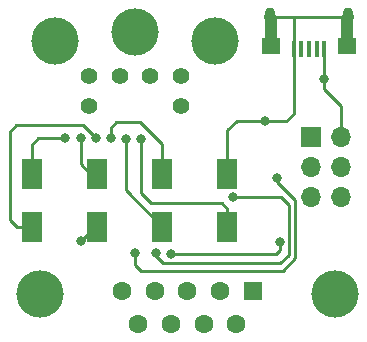
<source format=gbr>
%TF.GenerationSoftware,KiCad,Pcbnew,(5.1.9)-1*%
%TF.CreationDate,2021-03-28T16:21:22+02:00*%
%TF.ProjectId,UPL_Mouse,55504c5f-4d6f-4757-9365-2e6b69636164,rev?*%
%TF.SameCoordinates,Original*%
%TF.FileFunction,Copper,L1,Top*%
%TF.FilePolarity,Positive*%
%FSLAX46Y46*%
G04 Gerber Fmt 4.6, Leading zero omitted, Abs format (unit mm)*
G04 Created by KiCad (PCBNEW (5.1.9)-1) date 2021-03-28 16:21:22*
%MOMM*%
%LPD*%
G01*
G04 APERTURE LIST*
%TA.AperFunction,ComponentPad*%
%ADD10C,1.397000*%
%TD*%
%TA.AperFunction,ComponentPad*%
%ADD11C,4.000000*%
%TD*%
%TA.AperFunction,SMDPad,CuDef*%
%ADD12R,0.406400X1.346200*%
%TD*%
%TA.AperFunction,SMDPad,CuDef*%
%ADD13R,1.600200X1.397000*%
%TD*%
%TA.AperFunction,ComponentPad*%
%ADD14O,0.914400X1.600200*%
%TD*%
%TA.AperFunction,SMDPad,CuDef*%
%ADD15R,1.800000X2.600000*%
%TD*%
%TA.AperFunction,ComponentPad*%
%ADD16O,1.700000X1.700000*%
%TD*%
%TA.AperFunction,ComponentPad*%
%ADD17R,1.700000X1.700000*%
%TD*%
%TA.AperFunction,ComponentPad*%
%ADD18C,1.600000*%
%TD*%
%TA.AperFunction,ComponentPad*%
%ADD19R,1.600000X1.600000*%
%TD*%
%TA.AperFunction,ViaPad*%
%ADD20C,0.800000*%
%TD*%
%TA.AperFunction,Conductor*%
%ADD21C,1.000000*%
%TD*%
%TA.AperFunction,Conductor*%
%ADD22C,0.250000*%
%TD*%
G04 APERTURE END LIST*
D10*
%TO.P,J1,4*%
%TO.N,VCC*%
X122870000Y-105100000D03*
%TO.P,J1,2*%
%TO.N,Net-(J1-Pad2)*%
X125460800Y-105100000D03*
%TO.P,J1,1*%
%TO.N,Net-(J1-Pad1)*%
X128051600Y-105100000D03*
%TO.P,J1,3*%
%TO.N,GND*%
X130642400Y-105100000D03*
%TO.P,J1,5*%
%TO.N,Net-(J1-Pad5)*%
X130642400Y-107600000D03*
%TO.P,J1,6*%
%TO.N,Net-(J1-Pad6)*%
X122870000Y-107600000D03*
D11*
%TO.P,J1,9*%
%TO.N,N/C*%
X119999800Y-102108200D03*
%TO.P,J1,7*%
X133512600Y-102108200D03*
%TO.P,J1,8*%
X126756200Y-101295400D03*
%TD*%
D12*
%TO.P,J3,1*%
%TO.N,VCC*%
X142770000Y-102768699D03*
%TO.P,J3,2*%
%TO.N,Net-(J3-Pad2)*%
X142119999Y-102768699D03*
%TO.P,J3,3*%
%TO.N,Net-(J3-Pad3)*%
X141470000Y-102768699D03*
%TO.P,J3,4*%
%TO.N,Net-(J3-Pad4)*%
X140820001Y-102768699D03*
%TO.P,J3,5*%
%TO.N,GND*%
X140170000Y-102768699D03*
D13*
X144670001Y-102543699D03*
X138269999Y-102543699D03*
D14*
X144769998Y-100093698D03*
X138170002Y-100093698D03*
%TD*%
D15*
%TO.P,C4,1*%
%TO.N,GND*%
X134550000Y-113340000D03*
%TO.P,C4,2*%
%TO.N,Net-(C4-Pad2)*%
X134550000Y-117840000D03*
%TD*%
%TO.P,C3,1*%
%TO.N,Net-(C3-Pad1)*%
X123520000Y-113320000D03*
%TO.P,C3,2*%
%TO.N,GND*%
X123520000Y-117820000D03*
%TD*%
%TO.P,C2,1*%
%TO.N,Net-(C2-Pad1)*%
X129050000Y-113320000D03*
%TO.P,C2,2*%
%TO.N,Net-(C2-Pad2)*%
X129050000Y-117820000D03*
%TD*%
%TO.P,C1,1*%
%TO.N,Net-(C1-Pad1)*%
X118010000Y-113320000D03*
%TO.P,C1,2*%
%TO.N,Net-(C1-Pad2)*%
X118010000Y-117820000D03*
%TD*%
D16*
%TO.P,J4,6*%
%TO.N,GND*%
X144220000Y-115340000D03*
%TO.P,J4,5*%
%TO.N,Net-(J4-Pad5)*%
X141680000Y-115340000D03*
%TO.P,J4,4*%
%TO.N,Net-(J4-Pad4)*%
X144220000Y-112800000D03*
%TO.P,J4,3*%
%TO.N,Net-(J4-Pad3)*%
X141680000Y-112800000D03*
%TO.P,J4,2*%
%TO.N,VCC*%
X144220000Y-110260000D03*
D17*
%TO.P,J4,1*%
%TO.N,Net-(J4-Pad1)*%
X141680000Y-110260000D03*
%TD*%
D11*
%TO.P,J2,0*%
%TO.N,N/C*%
X143680000Y-123550000D03*
X118680000Y-123550000D03*
D18*
%TO.P,J2,9*%
%TO.N,Net-(J2-Pad9)*%
X127025000Y-126090000D03*
%TO.P,J2,8*%
%TO.N,Net-(J2-Pad8)*%
X129795000Y-126090000D03*
%TO.P,J2,7*%
%TO.N,Net-(J2-Pad7)*%
X132565000Y-126090000D03*
%TO.P,J2,6*%
%TO.N,Net-(J2-Pad6)*%
X135335000Y-126090000D03*
%TO.P,J2,5*%
%TO.N,GND*%
X125640000Y-123250000D03*
%TO.P,J2,4*%
%TO.N,Net-(J2-Pad4)*%
X128410000Y-123250000D03*
%TO.P,J2,3*%
%TO.N,Net-(J2-Pad3)*%
X131180000Y-123250000D03*
%TO.P,J2,2*%
%TO.N,Net-(J2-Pad2)*%
X133950000Y-123250000D03*
D19*
%TO.P,J2,1*%
%TO.N,Net-(J2-Pad1)*%
X136720000Y-123250000D03*
%TD*%
D20*
%TO.N,Net-(C1-Pad1)*%
X120840000Y-110320000D03*
%TO.N,Net-(C1-Pad2)*%
X123410000Y-110350000D03*
%TO.N,Net-(C2-Pad1)*%
X124690000Y-110330000D03*
%TO.N,Net-(C2-Pad2)*%
X125960000Y-110360000D03*
%TO.N,Net-(C3-Pad1)*%
X122140000Y-110320000D03*
%TO.N,Net-(C4-Pad2)*%
X127230000Y-110360000D03*
%TO.N,Net-(J4-Pad4)*%
X129770000Y-120110000D03*
X139040000Y-119100000D03*
%TO.N,Net-(J4-Pad3)*%
X126770000Y-120080000D03*
X138794699Y-113694699D03*
%TO.N,Net-(J4-Pad1)*%
X128500000Y-120080000D03*
X135026795Y-115296795D03*
%TO.N,GND*%
X122145000Y-119065000D03*
X137710000Y-108860000D03*
%TO.N,VCC*%
X142770000Y-105330000D03*
%TD*%
D21*
%TO.N,*%
X125943400Y-102108200D02*
X126756200Y-101295400D01*
X132699800Y-101295400D02*
X133512600Y-102108200D01*
D22*
%TO.N,Net-(C1-Pad1)*%
X118010000Y-113320000D02*
X118010000Y-110870000D01*
X118560000Y-110320000D02*
X120840000Y-110320000D01*
X118010000Y-110870000D02*
X118560000Y-110320000D01*
%TO.N,Net-(C1-Pad2)*%
X116770000Y-117820000D02*
X118010000Y-117820000D01*
X116180000Y-117230000D02*
X116770000Y-117820000D01*
X116180000Y-109760000D02*
X116180000Y-117230000D01*
X116690000Y-109250000D02*
X116180000Y-109760000D01*
X122310000Y-109250000D02*
X116690000Y-109250000D01*
X123410000Y-110350000D02*
X122310000Y-109250000D01*
%TO.N,Net-(C2-Pad1)*%
X129050000Y-113320000D02*
X129050000Y-110830000D01*
X129050000Y-110830000D02*
X127180000Y-108960000D01*
X127180000Y-108960000D02*
X125160000Y-108960000D01*
X124690000Y-109430000D02*
X124690000Y-110330000D01*
X125160000Y-108960000D02*
X124690000Y-109430000D01*
%TO.N,Net-(C2-Pad2)*%
X125960000Y-114730000D02*
X125960000Y-110360000D01*
X129050000Y-117820000D02*
X125960000Y-114730000D01*
%TO.N,Net-(C3-Pad1)*%
X122140000Y-110320000D02*
X122140000Y-112550000D01*
X122910000Y-113320000D02*
X123520000Y-113320000D01*
X122140000Y-112550000D02*
X122910000Y-113320000D01*
%TO.N,Net-(C4-Pad2)*%
X127230000Y-114970000D02*
X127230000Y-110360000D01*
X128110000Y-115850000D02*
X127230000Y-114970000D01*
X134090000Y-115850000D02*
X128110000Y-115850000D01*
X134550000Y-116310000D02*
X134090000Y-115850000D01*
X134550000Y-117840000D02*
X134550000Y-116310000D01*
%TO.N,Net-(J4-Pad4)*%
X139040000Y-119770000D02*
X139040000Y-119100000D01*
X138700000Y-120110000D02*
X139040000Y-119770000D01*
X129770000Y-120110000D02*
X138700000Y-120110000D01*
%TO.N,Net-(J4-Pad3)*%
X140330000Y-115600000D02*
X138794699Y-114064699D01*
X140330000Y-120480000D02*
X140330000Y-115600000D01*
X139270000Y-121540000D02*
X140330000Y-120480000D01*
X127280000Y-121540000D02*
X139270000Y-121540000D01*
X126770000Y-121030000D02*
X127280000Y-121540000D01*
X138794699Y-114064699D02*
X138794699Y-113694699D01*
X126770000Y-120080000D02*
X126770000Y-121030000D01*
%TO.N,Net-(J4-Pad1)*%
X139116795Y-115296795D02*
X135026795Y-115296795D01*
X139765001Y-115945001D02*
X139116795Y-115296795D01*
X139765001Y-120204999D02*
X139765001Y-115945001D01*
X139040000Y-120930000D02*
X139765001Y-120204999D01*
X129120000Y-120930000D02*
X139040000Y-120930000D01*
X128500000Y-120310000D02*
X129120000Y-120930000D01*
X128500000Y-120080000D02*
X128500000Y-120310000D01*
%TO.N,GND*%
X123390000Y-117820000D02*
X122145000Y-119065000D01*
X123520000Y-117820000D02*
X123390000Y-117820000D01*
X135360000Y-108860000D02*
X137710000Y-108860000D01*
X134550000Y-109670000D02*
X135360000Y-108860000D01*
X134550000Y-113340000D02*
X134550000Y-109670000D01*
X139570000Y-108860000D02*
X137710000Y-108860000D01*
X140170000Y-108260000D02*
X139570000Y-108860000D01*
X140170000Y-102768699D02*
X140170000Y-108260000D01*
D21*
X138269999Y-100193695D02*
X138170002Y-100093698D01*
X138269999Y-102543699D02*
X138269999Y-100193695D01*
X144670001Y-100193695D02*
X144769998Y-100093698D01*
X144670001Y-102543699D02*
X144670001Y-100193695D01*
D22*
X138494999Y-102768699D02*
X138269999Y-102543699D01*
X141921901Y-100093698D02*
X144769998Y-100093698D01*
X140170000Y-102768699D02*
X140170000Y-101845599D01*
X140170000Y-100100000D02*
X140176302Y-100093698D01*
X140170000Y-102768699D02*
X140170000Y-100100000D01*
X140176302Y-100093698D02*
X141921901Y-100093698D01*
X138170002Y-100093698D02*
X140176302Y-100093698D01*
%TO.N,VCC*%
X142770000Y-106160000D02*
X144190000Y-107580000D01*
X144190000Y-110230000D02*
X144220000Y-110260000D01*
X144190000Y-107580000D02*
X144190000Y-110230000D01*
X142770000Y-105330000D02*
X142770000Y-106160000D01*
X142770000Y-102768699D02*
X142770000Y-105330000D01*
%TD*%
M02*

</source>
